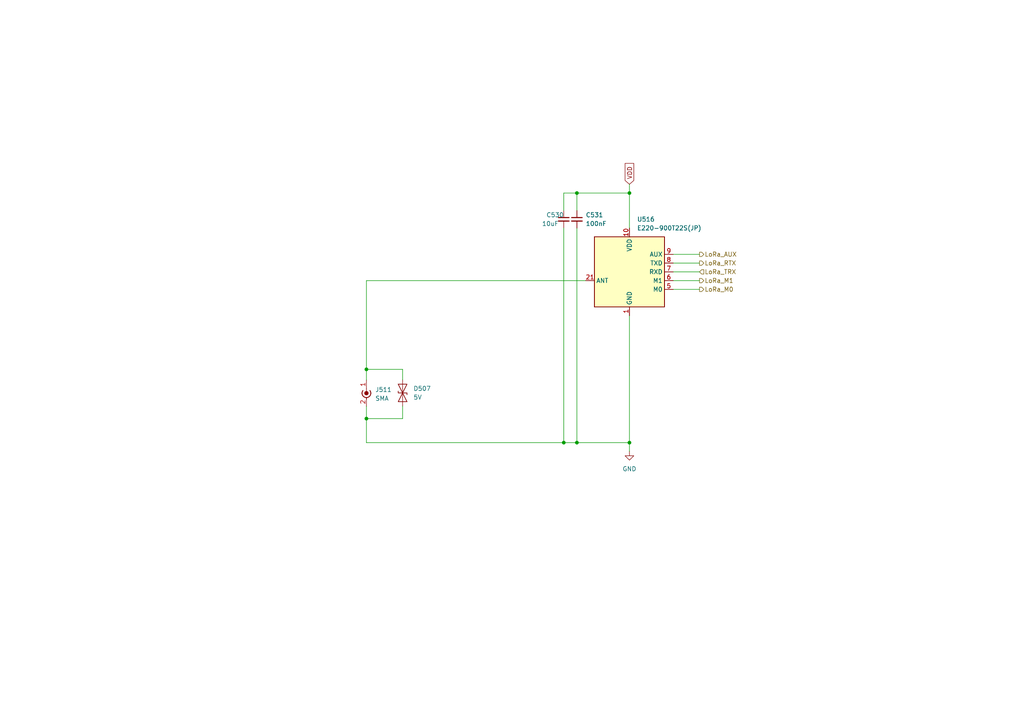
<source format=kicad_sch>
(kicad_sch (version 20231120) (generator "eeschema") (generator_version "8.0")
  (paper "A4")
  (lib_symbols
    (symbol "Connector:Conn_Coaxial_Power" (pin_names (offset 1.016) hide)
      (property "Reference" "J" (at -5.08 -1.27 90))
      (property "Value" "Conn_Coaxial_Power" (at -3.175 -1.27 90))
      (symbol "Conn_Coaxial_Power_0_1"
        (arc (start -1.27 -1.27) (mid 0 -2.5345) (end 1.27 -1.27) (stroke (width 0.254)))
        (arc (start -1.016 -0.508) (mid -1.2048 -0.8684) (end -1.27 -1.27) (stroke (width 0.254)))
        (circle (center 0 -1.27) (radius 0.508) (stroke (width 0.2032)) (fill (type outline)))
        (polyline (pts (xy 0 -2.54) (xy 0 -3.048)))
        (polyline (pts (xy 0 0) (xy 0 -1.27)))
        (arc (start 1.27 -1.27) (mid 1.2048 -0.8684) (end 1.016 -0.508) (stroke (width 0.254)))
      )
      (symbol "Conn_Coaxial_Power_1_1"
        (pin passive line (at 0 2.54 270) (length 2.54) (name "In") (number "1"))
        (pin passive line (at 0 -5.08 90) (length 2.54) (name "Ext") (number "2"))
      )
    )
    (symbol "Device:C_Small" (pin_numbers hide) (pin_names (offset 0.254) hide)
      (property "Reference" "C" (at 0.254 1.778 0))
      (property "Value" "C_Small" (at 0.254 -2.032 0))
      (symbol "C_Small_0_1"
        (polyline (pts (xy -1.524 -0.508) (xy 1.524 -0.508)) (stroke (width 0.3302)))
        (polyline (pts (xy -1.524 0.508) (xy 1.524 0.508)) (stroke (width 0.3048)))
      )
      (symbol "C_Small_1_1"
        (pin passive line (at 0 2.54 270) (length 2.032) (name "~") (number "1"))
        (pin passive line (at 0 -2.54 90) (length 2.032) (name "~") (number "2"))
      )
    )
    (symbol "Diode:ESD9B5.0ST5G" (pin_numbers hide) (pin_names (offset 1.016) hide)
      (property "Reference" "D" (at 0 2.54 0))
      (property "Value" "ESD9B5.0ST5G" (at 0 -2.54 0))
      (symbol "ESD9B5.0ST5G_0_1"
        (polyline (pts (xy 1.27 0) (xy -1.27 0)))
        (polyline (pts (xy -2.54 -1.27) (xy 0 0) (xy -2.54 1.27) (xy -2.54 -1.27)) (stroke (width 0.2032)))
        (polyline (pts (xy 0.508 1.27) (xy 0 1.27) (xy 0 -1.27) (xy -0.508 -1.27)) (stroke (width 0.2032)))
        (polyline (pts (xy 2.54 1.27) (xy 2.54 -1.27) (xy 0 0) (xy 2.54 1.27)) (stroke (width 0.2032)))
      )
      (symbol "ESD9B5.0ST5G_1_1"
        (pin passive line (at -3.81 0 0) (length 2.54) (name "A1") (number "1"))
        (pin passive line (at 3.81 0 180) (length 2.54) (name "A2") (number "2"))
      )
    )
    (symbol "RF_Module_additional:E220-900T22S(JP)"
      (property "Reference" "U" (at -8.89 11.43 0))
      (property "Value" "E220-900T22S(JP)" (at 11.43 11.43 0))
      (symbol "E220-900T22S(JP)_0_1"
        (rectangle (start -10.16 10.16) (end 10.16 -10.16) (stroke (width 0.254)) (fill (type background)))
      )
      (symbol "E220-900T22S(JP)_1_1"
        (pin power_in line (at 0 -12.7 90) (length 2.54) (name "GND") (number "1"))
        (pin power_in line (at 0 12.7 270) (length 2.54) (name "VDD") (number "10"))
        (pin passive line (at 0 -12.7 90) (length 2.54) hide (name "GND") (number "11"))
        (pin passive line (at 0 -12.7 90) (length 2.54) hide (name "GND") (number "13"))
        (pin passive line (at 0 -12.7 90) (length 2.54) hide (name "GND") (number "19"))
        (pin passive line (at 0 -12.7 90) (length 2.54) hide (name "GND") (number "2"))
        (pin passive line (at 0 -12.7 90) (length 2.54) hide (name "GND") (number "20"))
        (pin power_in line (at -12.7 -2.54 0) (length 2.54) (name "ANT") (number "21"))
        (pin passive line (at 0 -12.7 90) (length 2.54) hide (name "GND") (number "22"))
        (pin passive line (at 0 -12.7 90) (length 2.54) hide (name "GND") (number "3"))
        (pin passive line (at 0 -12.7 90) (length 2.54) hide (name "GND") (number "4"))
        (pin input line (at 12.7 -5.08 180) (length 2.54) (name "M0") (number "5"))
        (pin input line (at 12.7 -2.54 180) (length 2.54) (name "M1") (number "6"))
        (pin input line (at 12.7 0 180) (length 2.54) (name "RXD") (number "7"))
        (pin output line (at 12.7 2.54 180) (length 2.54) (name "TXD") (number "8"))
        (pin output line (at 12.7 5.08 180) (length 2.54) (name "AUX") (number "9"))
      )
    )
    (symbol "power:GND" (power) (pin_names (offset 0))
      (property "Value" "GND" (at 0 -3.81 0))
      (symbol "GND_0_1"
        (polyline (pts (xy 0 0) (xy 0 -1.27) (xy 1.27 -1.27) (xy 0 -2.54) (xy -1.27 -1.27) (xy 0 -1.27)))
      )
      (symbol "GND_1_1"
        (pin power_in line (at 0 0 270) (length 0) hide (name "GND") (number "1"))
      )
    )
  )
  (junction (at 167.3234 128.3821))
  (junction (at 167.3234 55.9921))
  (junction (at 106.2798 107.1303))
  (junction (at 182.5634 128.3821))
  (junction (at 106.2798 121.4098))
  (junction (at 182.5634 55.9921))
  (junction (at 163.5134 128.3821))
  (wire (pts (xy 167.3234 128.3821) (xy 182.5634 128.3821)))
  (wire (pts (xy 163.5134 128.3821) (xy 167.3234 128.3821)))
  (wire (pts (xy 163.5134 66.1521) (xy 163.5134 128.3821)))
  (wire (pts (xy 116.771 117.7762) (xy 116.771 121.4098)))
  (wire (pts (xy 167.3234 55.9921) (xy 167.3234 61.0721)))
  (wire (pts (xy 163.5134 61.0721) (xy 163.5134 55.9921)))
  (wire (pts (xy 116.771 107.1303) (xy 106.2798 107.1303)))
  (wire (pts (xy 116.771 121.4098) (xy 106.2798 121.4098)))
  (wire (pts (xy 195.2634 78.8521) (xy 202.8834 78.8521)))
  (wire (pts (xy 106.2798 81.3921) (xy 106.2798 107.1303)))
  (wire (pts (xy 116.771 110.1562) (xy 116.771 107.1303)))
  (wire (pts (xy 195.2634 73.7721) (xy 202.8834 73.7721)))
  (wire (pts (xy 106.2798 107.1303) (xy 106.2798 110.23)))
  (wire (pts (xy 195.2634 83.9321) (xy 202.8834 83.9321)))
  (wire (pts (xy 167.3234 66.1521) (xy 167.3234 128.3821)))
  (wire (pts (xy 106.2798 117.85) (xy 106.2798 121.4098)))
  (wire (pts (xy 182.5634 53.4521) (xy 182.5634 55.9921)))
  (wire (pts (xy 182.5634 55.9921) (xy 182.5634 66.1521)))
  (wire (pts (xy 182.5634 91.5521) (xy 182.5634 128.3821)))
  (wire (pts (xy 163.5134 55.9921) (xy 167.3234 55.9921)))
  (wire (pts (xy 202.8834 81.3921) (xy 195.2634 81.3921)))
  (wire (pts (xy 106.2798 128.3821) (xy 163.5134 128.3821)))
  (wire (pts (xy 106.2798 121.4098) (xy 106.2798 128.3821)))
  (wire (pts (xy 106.2798 81.3921) (xy 169.8634 81.3921)))
  (wire (pts (xy 167.3234 55.9921) (xy 182.5634 55.9921)))
  (wire (pts (xy 182.5634 128.3821) (xy 182.5634 130.9221)))
  (wire (pts (xy 202.8834 76.3121) (xy 195.2634 76.3121)))
  (global_label "VDD" (shape input) (at 182.5634 53.4521 90) (property "Intersheetrefs" "${INTERSHEET_REFS}" (effects (hide yes))))
  (hierarchical_label "LoRa_M0" (shape output) (at 202.8834 83.9321 0))
  (hierarchical_label "LoRa_RTX" (shape output) (at 202.8834 76.3121 0))
  (hierarchical_label "LoRa_TRX" (shape input) (at 202.8834 78.8521 0))
  (hierarchical_label "LoRa_M1" (shape output) (at 202.8834 81.3921 0))
  (hierarchical_label "LoRa_AUX" (shape output) (at 202.8834 73.7721 0))
  (symbol (lib_id "Device:C_Small") (at 163.5134 63.6121 0) (unit 1)
    (property "Reference" "C530" (at 158.4334 62.3421 0) (effects (justify left)))
    (property "Value" "10uF" (at 157.1634 64.8821 0) (effects (justify left)))
    (property "Footprint" "Capacitor_SMD:C_0603_1608Metric" (effects (hide yes)))
    (property "LCSC" "C96446" (effects (hide yes)))
    (instances (project "MissionBus" (path "" (reference "C530") (unit 1))) (project "MissionBus" (path "" (reference "C2901") (unit 1))))
  )
  (symbol (lib_id "power:GND") (at 182.5634 130.9221 0) (unit 1)
    (property "Reference" "#PWR0588" (effects (hide yes)))
    (property "Value" "GND" (at 182.5634 136.0021 0))
    (instances (project "MissionBus" (path "" (reference "#PWR0588") (unit 1))) (project "MissionBus" (path "" (reference "#PWR02901") (unit 1))))
  )
  (symbol (lib_id "Diode:ESD9B5.0ST5G") (at 116.771 113.9662 90) (unit 1)
    (property "Reference" "D507" (at 119.8777 112.6961 90) (effects (justify right)))
    (property "Value" "5V" (at 119.8777 115.2361 90) (effects (justify right)))
    (property "Footprint" "Diode_SMD:D_SOD-882D" (effects (hide yes)))
    (property "Datasheet" "https://www.onsemi.com/pub/Collateral/ESD9B-D.PDF" (effects (hide yes)))
    (property "Description" "ESD protection diode, 5.0Vrwm, SOD-923" (effects (hide yes)))
    (property "LCSC" "C7420372" (effects (hide yes)))
    (instances (project "MissionBus" (path "" (reference "D507") (unit 1))) (project "MissionBus" (path "" (reference "D2901") (unit 1))))
  )
  (symbol (lib_id "RF_Module_additional:E220-900T22S(JP)") (at 182.5634 78.8521 0) (unit 1)
    (property "Reference" "U516" (at 184.7575 63.6121 0) (effects (justify left)))
    (property "Value" "E220-900T22S(JP)" (at 184.7575 66.1521 0) (effects (justify left)))
    (property "Footprint" "WOBCLibrary:E220-900T22S(JP)" (effects (hide yes)))
    (property "Datasheet" "https://dragon-torch.tech/wp-content/uploads/2023/05/data_sheet_Rev1.4.pdf" (effects (hide yes)))
    (instances (project "MissionBus" (path "" (reference "U516") (unit 1))) (project "MissionBus" (path "" (reference "U2901") (unit 1))))
  )
  (symbol (lib_id "Device:C_Small") (at 167.3234 63.6121 0) (unit 1)
    (property "Reference" "C531" (at 169.8634 62.3484 0) (effects (justify left)))
    (property "Value" "100nF" (at 169.8634 64.8821 0) (effects (justify left)))
    (property "Footprint" "Capacitor_SMD:C_0402_1005Metric" (effects (hide yes)))
    (property "LCSC" "C1525" (effects (hide yes)))
    (instances (project "MissionBus" (path "" (reference "C531") (unit 1))) (project "MissionBus" (path "" (reference "C2902") (unit 1))))
  )
  (symbol (lib_id "Connector:Conn_Coaxial_Power") (at 106.2798 112.77 0) (unit 1)
    (property "Reference" "J511" (at 108.8198 113.024 0) (effects (justify left)))
    (property "Value" "SMA" (at 108.8198 115.564 0) (effects (justify left)))
    (property "Footprint" "Connector_Coaxial:SMA_Amphenol_132203-12_Horizontal" (effects (hide yes)))
    (property "LCSC" "C2693813" (effects (hide yes)))
    (instances (project "MissionBus" (path "" (reference "J511") (unit 1))) (project "MissionBus" (path "" (reference "J2901") (unit 1))))
  )
)
</source>
